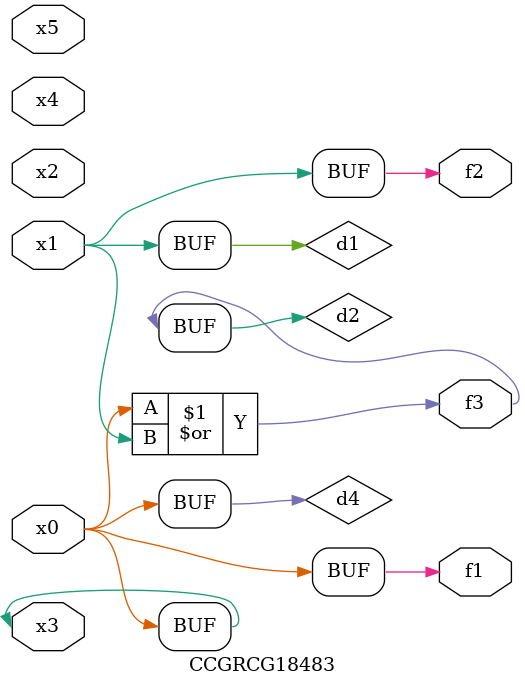
<source format=v>
module CCGRCG18483(
	input x0, x1, x2, x3, x4, x5,
	output f1, f2, f3
);

	wire d1, d2, d3, d4;

	and (d1, x1);
	or (d2, x0, x1);
	nand (d3, x0, x5);
	buf (d4, x0, x3);
	assign f1 = d4;
	assign f2 = d1;
	assign f3 = d2;
endmodule

</source>
